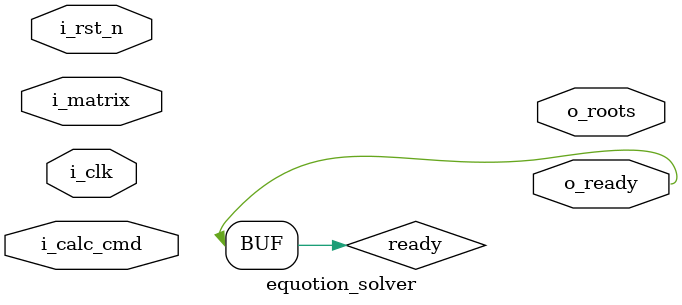
<source format=v>


module equotion_solver(i_clk, i_rst_n, i_calc_cmd, i_matrix, o_roots, o_ready);

	parameter MATRIX_SIZE = 3;
	parameter DATA_WIDTH = 32;

	input i_clk;
	input i_rst_n;
	input i_calc_cmd;
	input [DATA_WIDTH * MATRIX_SIZE * (MATRIX_SIZE + 1) - 1 : 0] i_matrix;
	output [DATA_WIDTH * MATRIX_SIZE - 1 : 0] o_roots;
	output o_ready;

	reg ready;

	wire [DATA_WIDTH - 1 : 0] matrix [0 : MATRIX_SIZE - 1][0 : MATRIX_SIZE];
	reg [DATA_WIDTH - 1 : 0] matrix_buffer [0 : MATRIX_SIZE - 1][0 : MATRIX_SIZE];

	// Unpacking matrix
	generate
		genvar id;
		for (id = 0; id < MATRIX_SIZE; id = id + 1)
		begin:identifier
			
		end
	endgenerate


assign o_ready = ready;


endmodule
</source>
